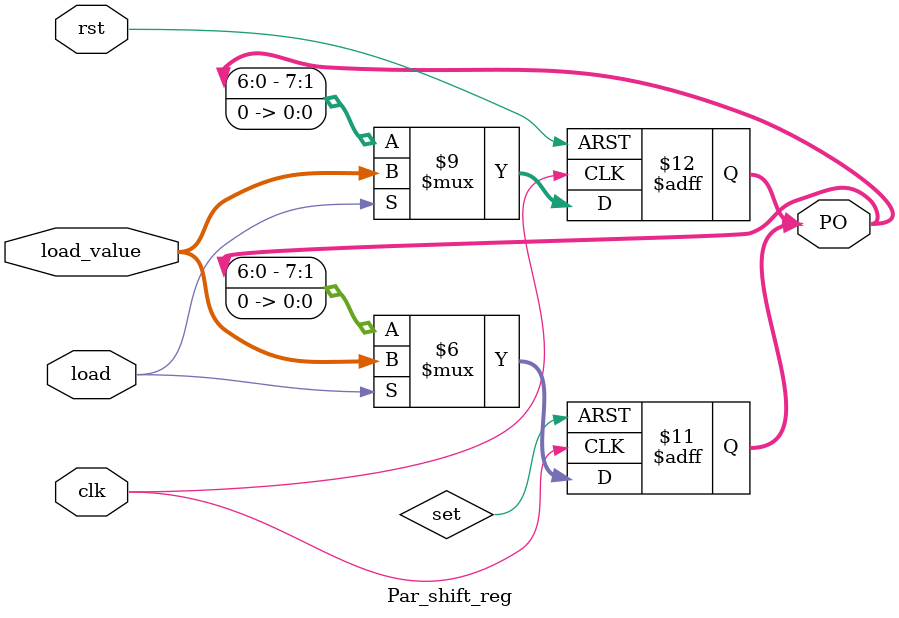
<source format=v>
module Par_shift_reg #(
    parameter SHIFT_DIRECTION = "LEFT", /* specify shifting direction either LEFT or RIGHT */
    parameter SHIFT_AMOUNT = 1  /* specify the number of bits to be shifted, possible values are 1, 2, 3, 4, 5 */
) (
    input  clk,        /* clk input */
    input  rst,        /* Asynchronos Active high */
    input  load,       /* control signal if high, register should be loaded with the input “load_value” */
    input  [7:0]load_value, /* value to be loaded to the register */
    output reg[7:0]PO     /*  parallel out which represent the register to be shifted */
);
    always @(posedge clk or posedge rst) begin
        if(rst)
            PO <= 0;
        else if(load)
            PO <= load_value;
        else begin
            if(SHIFT_DIRECTION == "LEFT")
                PO <= PO << SHIFT_AMOUNT;
            else if (SHIFT_DIRECTION == "RIGHT")
                PO <= PO >> SHIFT_AMOUNT;
        end
    end
    always @(posedge clk or posedge set) begin
        if(set)
            PO <= 1;
        else if(load)
            PO <= load_value;
        else begin
            if(SHIFT_DIRECTION == "LEFT")
                PO <= PO << SHIFT_AMOUNT;
            else if (SHIFT_DIRECTION == "RIGHT")
                PO <= PO >> SHIFT_AMOUNT;
        end
    end
endmodule
</source>
